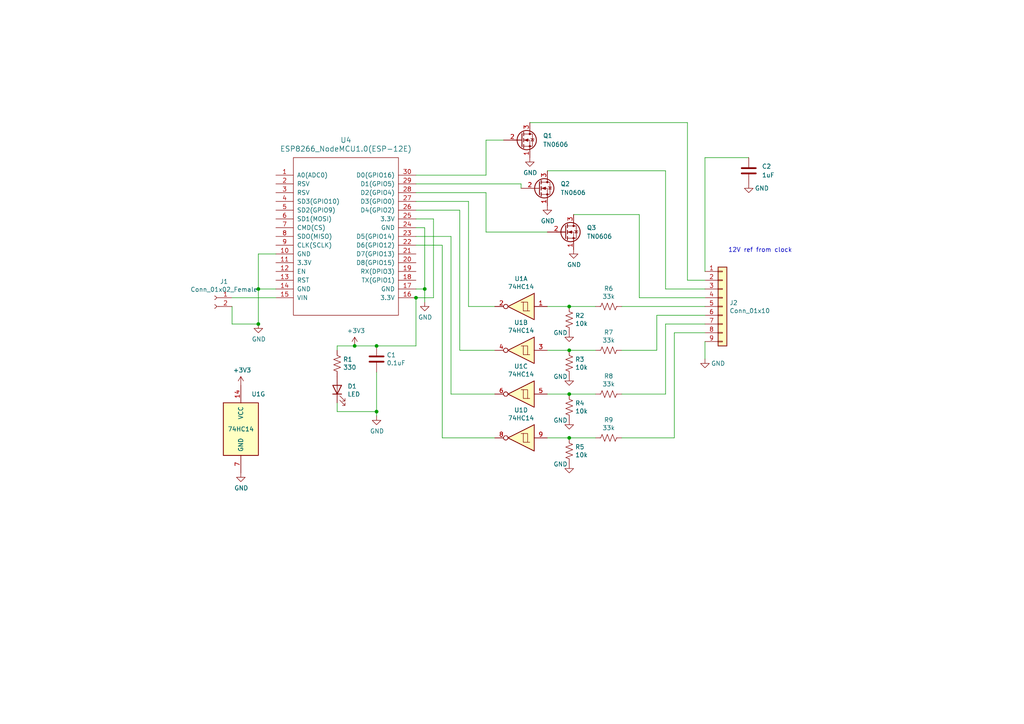
<source format=kicad_sch>
(kicad_sch (version 20231120) (generator "eeschema") (generator_version "8.0")
  (paper "A4")
  (lib_symbols
    (symbol "74xx:74HC14" (pin_names (offset 1.016))
      (property "Reference" "U" (at 0 1.27 0))
      (property "Value" "74HC14" (at 0 -1.27 0))
      (symbol "74HC14_1_0"
        (polyline (pts (xy -3.81 3.81) (xy -3.81 -3.81) (xy 3.81 0) (xy -3.81 3.81)) (stroke (width 0.254)) (fill (type background)))
        (pin input line (at -7.62 0 0) (length 3.81) (name "~") (number "1"))
        (pin output inverted (at 7.62 0 180) (length 3.81) (name "~") (number "2"))
      )
      (symbol "74HC14_1_1"
        (polyline (pts (xy -1.905 -1.27) (xy -1.905 1.27) (xy -0.635 1.27)))
        (polyline (pts (xy -2.54 -1.27) (xy -0.635 -1.27) (xy -0.635 1.27) (xy 0 1.27)))
      )
      (symbol "74HC14_2_0"
        (polyline (pts (xy -3.81 3.81) (xy -3.81 -3.81) (xy 3.81 0) (xy -3.81 3.81)) (stroke (width 0.254)) (fill (type background)))
        (pin input line (at -7.62 0 0) (length 3.81) (name "~") (number "3"))
        (pin output inverted (at 7.62 0 180) (length 3.81) (name "~") (number "4"))
      )
      (symbol "74HC14_2_1"
        (polyline (pts (xy -1.905 -1.27) (xy -1.905 1.27) (xy -0.635 1.27)))
        (polyline (pts (xy -2.54 -1.27) (xy -0.635 -1.27) (xy -0.635 1.27) (xy 0 1.27)))
      )
      (symbol "74HC14_3_0"
        (polyline (pts (xy -3.81 3.81) (xy -3.81 -3.81) (xy 3.81 0) (xy -3.81 3.81)) (stroke (width 0.254)) (fill (type background)))
        (pin input line (at -7.62 0 0) (length 3.81) (name "~") (number "5"))
        (pin output inverted (at 7.62 0 180) (length 3.81) (name "~") (number "6"))
      )
      (symbol "74HC14_3_1"
        (polyline (pts (xy -1.905 -1.27) (xy -1.905 1.27) (xy -0.635 1.27)))
        (polyline (pts (xy -2.54 -1.27) (xy -0.635 -1.27) (xy -0.635 1.27) (xy 0 1.27)))
      )
      (symbol "74HC14_4_0"
        (polyline (pts (xy -3.81 3.81) (xy -3.81 -3.81) (xy 3.81 0) (xy -3.81 3.81)) (stroke (width 0.254)) (fill (type background)))
        (pin output inverted (at 7.62 0 180) (length 3.81) (name "~") (number "8"))
        (pin input line (at -7.62 0 0) (length 3.81) (name "~") (number "9"))
      )
      (symbol "74HC14_4_1"
        (polyline (pts (xy -1.905 -1.27) (xy -1.905 1.27) (xy -0.635 1.27)))
        (polyline (pts (xy -2.54 -1.27) (xy -0.635 -1.27) (xy -0.635 1.27) (xy 0 1.27)))
      )
      (symbol "74HC14_5_0"
        (polyline (pts (xy -3.81 3.81) (xy -3.81 -3.81) (xy 3.81 0) (xy -3.81 3.81)) (stroke (width 0.254)) (fill (type background)))
        (pin output inverted (at 7.62 0 180) (length 3.81) (name "~") (number "10"))
        (pin input line (at -7.62 0 0) (length 3.81) (name "~") (number "11"))
      )
      (symbol "74HC14_5_1"
        (polyline (pts (xy -1.905 -1.27) (xy -1.905 1.27) (xy -0.635 1.27)))
        (polyline (pts (xy -2.54 -1.27) (xy -0.635 -1.27) (xy -0.635 1.27) (xy 0 1.27)))
      )
      (symbol "74HC14_6_0"
        (polyline (pts (xy -3.81 3.81) (xy -3.81 -3.81) (xy 3.81 0) (xy -3.81 3.81)) (stroke (width 0.254)) (fill (type background)))
        (pin output inverted (at 7.62 0 180) (length 3.81) (name "~") (number "12"))
        (pin input line (at -7.62 0 0) (length 3.81) (name "~") (number "13"))
      )
      (symbol "74HC14_6_1"
        (polyline (pts (xy -1.905 -1.27) (xy -1.905 1.27) (xy -0.635 1.27)))
        (polyline (pts (xy -2.54 -1.27) (xy -0.635 -1.27) (xy -0.635 1.27) (xy 0 1.27)))
      )
      (symbol "74HC14_7_0"
        (pin power_in line (at 0 12.7 270) (length 5.08) (name "VCC") (number "14"))
        (pin power_in line (at 0 -12.7 90) (length 5.08) (name "GND") (number "7"))
      )
      (symbol "74HC14_7_1"
        (rectangle (start -5.08 7.62) (end 5.08 -7.62) (stroke (width 0.254)) (fill (type background)))
      )
    )
    (symbol "Connector_Generic:Conn_01x09" (pin_names (offset 1.016) hide)
      (property "Reference" "J" (at 0 12.7 0))
      (property "Value" "Conn_01x09" (at 0 -12.7 0))
      (symbol "Conn_01x09_1_1"
        (rectangle (start -1.27 -10.033) (end 0 -10.287) (stroke (width 0.1524)))
        (rectangle (start -1.27 -7.493) (end 0 -7.747) (stroke (width 0.1524)))
        (rectangle (start -1.27 -4.953) (end 0 -5.207) (stroke (width 0.1524)))
        (rectangle (start -1.27 -2.413) (end 0 -2.667) (stroke (width 0.1524)))
        (rectangle (start -1.27 0.127) (end 0 -0.127) (stroke (width 0.1524)))
        (rectangle (start -1.27 2.667) (end 0 2.413) (stroke (width 0.1524)))
        (rectangle (start -1.27 5.207) (end 0 4.953) (stroke (width 0.1524)))
        (rectangle (start -1.27 7.747) (end 0 7.493) (stroke (width 0.1524)))
        (rectangle (start -1.27 10.287) (end 0 10.033) (stroke (width 0.1524)))
        (rectangle (start -1.27 11.43) (end 1.27 -11.43) (stroke (width 0.254)) (fill (type background)))
        (pin passive line (at -5.08 10.16 0) (length 3.81) (name "Pin_1") (number "1"))
        (pin passive line (at -5.08 7.62 0) (length 3.81) (name "Pin_2") (number "2"))
        (pin passive line (at -5.08 5.08 0) (length 3.81) (name "Pin_3") (number "3"))
        (pin passive line (at -5.08 2.54 0) (length 3.81) (name "Pin_4") (number "4"))
        (pin passive line (at -5.08 0 0) (length 3.81) (name "Pin_5") (number "5"))
        (pin passive line (at -5.08 -2.54 0) (length 3.81) (name "Pin_6") (number "6"))
        (pin passive line (at -5.08 -5.08 0) (length 3.81) (name "Pin_7") (number "7"))
        (pin passive line (at -5.08 -7.62 0) (length 3.81) (name "Pin_8") (number "8"))
        (pin passive line (at -5.08 -10.16 0) (length 3.81) (name "Pin_9") (number "9"))
      )
    )
    (symbol "Device:C" (pin_numbers hide) (pin_names (offset 0.254))
      (property "Reference" "C" (at 0.635 2.54 0))
      (property "Value" "C" (at 0.635 -2.54 0))
      (symbol "C_0_1"
        (polyline (pts (xy -2.032 -0.762) (xy 2.032 -0.762)) (stroke (width 0.508)))
        (polyline (pts (xy -2.032 0.762) (xy 2.032 0.762)) (stroke (width 0.508)))
      )
      (symbol "C_1_1"
        (pin passive line (at 0 3.81 270) (length 2.794) (name "~") (number "1"))
        (pin passive line (at 0 -3.81 90) (length 2.794) (name "~") (number "2"))
      )
    )
    (symbol "Device:LED" (pin_numbers hide) (pin_names (offset 1.016) hide)
      (property "Reference" "D" (at 0 2.54 0))
      (property "Value" "LED" (at 0 -2.54 0))
      (symbol "LED_0_1"
        (polyline (pts (xy -1.27 -1.27) (xy -1.27 1.27)) (stroke (width 0.254)))
        (polyline (pts (xy -1.27 0) (xy 1.27 0)))
        (polyline (pts (xy 1.27 -1.27) (xy 1.27 1.27) (xy -1.27 0) (xy 1.27 -1.27)) (stroke (width 0.254)))
        (polyline (pts (xy -3.048 -0.762) (xy -4.572 -2.286) (xy -3.81 -2.286) (xy -4.572 -2.286) (xy -4.572 -1.524)))
        (polyline (pts (xy -1.778 -0.762) (xy -3.302 -2.286) (xy -2.54 -2.286) (xy -3.302 -2.286) (xy -3.302 -1.524)))
      )
      (symbol "LED_1_1"
        (pin passive line (at -3.81 0 0) (length 2.54) (name "K") (number "1"))
        (pin passive line (at 3.81 0 180) (length 2.54) (name "A") (number "2"))
      )
    )
    (symbol "Device:Q_NMOS_SGD" (pin_names (offset 0) hide)
      (property "Reference" "Q" (at 5.08 1.27 0))
      (property "Value" "Q_NMOS_SGD" (at 5.08 -1.27 0))
      (symbol "Q_NMOS_SGD_0_1"
        (polyline (pts (xy 0.254 0) (xy -2.54 0)))
        (polyline (pts (xy 0.254 1.905) (xy 0.254 -1.905)) (stroke (width 0.254)))
        (polyline (pts (xy 0.762 -1.27) (xy 0.762 -2.286)) (stroke (width 0.254)))
        (polyline (pts (xy 0.762 0.508) (xy 0.762 -0.508)) (stroke (width 0.254)))
        (polyline (pts (xy 0.762 2.286) (xy 0.762 1.27)) (stroke (width 0.254)))
        (polyline (pts (xy 2.54 2.54) (xy 2.54 1.778)))
        (polyline (pts (xy 2.54 -2.54) (xy 2.54 0) (xy 0.762 0)))
        (polyline (pts (xy 0.762 -1.778) (xy 3.302 -1.778) (xy 3.302 1.778) (xy 0.762 1.778)))
        (polyline (pts (xy 1.016 0) (xy 2.032 0.381) (xy 2.032 -0.381) (xy 1.016 0)) (fill (type outline)))
        (polyline (pts (xy 2.794 0.508) (xy 2.921 0.381) (xy 3.683 0.381) (xy 3.81 0.254)))
        (polyline (pts (xy 3.302 0.381) (xy 2.921 -0.254) (xy 3.683 -0.254) (xy 3.302 0.381)))
        (circle (center 1.651 0) (radius 2.794) (stroke (width 0.254)))
        (circle (center 2.54 -1.778) (radius 0.254) (fill (type outline)))
        (circle (center 2.54 1.778) (radius 0.254) (fill (type outline)))
      )
      (symbol "Q_NMOS_SGD_1_1"
        (pin passive line (at 2.54 -5.08 90) (length 2.54) (name "S") (number "1"))
        (pin input line (at -5.08 0 0) (length 5.08) (name "G") (number "2"))
        (pin passive line (at 2.54 5.08 270) (length 2.54) (name "D") (number "3"))
      )
    )
    (symbol "Device:R_US" (pin_numbers hide) (pin_names (offset 0))
      (property "Reference" "R" (at 2.54 0 90))
      (property "Value" "R_US" (at -2.54 0 90))
      (symbol "R_US_0_1"
        (polyline (pts (xy 0 -2.286) (xy 0 -2.54)))
        (polyline (pts (xy 0 2.286) (xy 0 2.54)))
        (polyline (pts (xy 0 -0.762) (xy 1.016 -1.143) (xy 0 -1.524) (xy -1.016 -1.905) (xy 0 -2.286)))
        (polyline (pts (xy 0 0.762) (xy 1.016 0.381) (xy 0 0) (xy -1.016 -0.381) (xy 0 -0.762)))
        (polyline (pts (xy 0 2.286) (xy 1.016 1.905) (xy 0 1.524) (xy -1.016 1.143) (xy 0 0.762)))
      )
      (symbol "R_US_1_1"
        (pin passive line (at 0 3.81 270) (length 1.27) (name "~") (number "1"))
        (pin passive line (at 0 -3.81 90) (length 1.27) (name "~") (number "2"))
      )
    )
    (symbol "set_board-rescue:+3.3V-power" (power) (pin_names (offset 0))
      (property "Value" "power_+3.3V" (at 0 3.556 0))
      (symbol "+3.3V-power_0_1"
        (polyline (pts (xy -0.762 1.27) (xy 0 2.54)))
        (polyline (pts (xy 0 0) (xy 0 2.54)))
        (polyline (pts (xy 0 2.54) (xy 0.762 1.27)))
      )
      (symbol "+3.3V-power_1_1"
        (pin power_in line (at 0 0 90) (length 0) hide (name "+3V3") (number "1"))
      )
    )
    (symbol "set_board-rescue:Conn_01x02_Female-Connector" (pin_names (offset 1.016) hide)
      (property "Reference" "J" (at 0 2.54 0))
      (property "Value" "Connector_Conn_01x02_Female" (at 0 -5.08 0))
      (symbol "Conn_01x02_Female-Connector_1_1"
        (arc (start 0 -2.032) (mid -0.508 -2.54) (end 0 -3.048) (stroke (width 0.1524)))
        (polyline (pts (xy -1.27 -2.54) (xy -0.508 -2.54)) (stroke (width 0.1524)))
        (polyline (pts (xy -1.27 0) (xy -0.508 0)) (stroke (width 0.1524)))
        (arc (start 0 0.508) (mid -0.508 0) (end 0 -0.508) (stroke (width 0.1524)))
        (pin passive line (at -5.08 0 0) (length 3.81) (name "Pin_1") (number "1"))
        (pin passive line (at -5.08 -2.54 0) (length 3.81) (name "Pin_2") (number "2"))
      )
    )
    (symbol "set_board-rescue:GND-power" (power) (pin_names (offset 0))
      (property "Value" "power_GND" (at 0 -3.81 0))
      (symbol "GND-power_0_1"
        (polyline (pts (xy 0 0) (xy 0 -1.27) (xy 1.27 -1.27) (xy 0 -2.54) (xy -1.27 -1.27) (xy 0 -1.27)))
      )
      (symbol "GND-power_1_1"
        (pin power_in line (at 0 0 270) (length 0) hide (name "GND") (number "1"))
      )
    )
    (symbol "set_board-rescue:NodeMCU1.0(ESP-12E)-ESP8266" (pin_names (offset 1.016))
      (property "Reference" "U" (at 0 21.59 0))
      (property "Value" "ESP8266_NodeMCU1.0(ESP-12E)" (at 0 -21.59 0))
      (symbol "NodeMCU1.0(ESP-12E)-ESP8266_0_1"
        (rectangle (start -15.24 -22.86) (end 15.24 22.86))
      )
      (symbol "NodeMCU1.0(ESP-12E)-ESP8266_1_1"
        (pin input line (at -20.32 17.78 0) (length 5.08) (name "A0(ADC0)") (number "1"))
        (pin input line (at -20.32 -5.08 0) (length 5.08) (name "GND") (number "10"))
        (pin input line (at -20.32 -7.62 0) (length 5.08) (name "3.3V") (number "11"))
        (pin input line (at -20.32 -10.16 0) (length 5.08) (name "EN") (number "12"))
        (pin input line (at -20.32 -12.7 0) (length 5.08) (name "RST") (number "13"))
        (pin input line (at -20.32 -15.24 0) (length 5.08) (name "GND") (number "14"))
        (pin input line (at -20.32 -17.78 0) (length 5.08) (name "VIN") (number "15"))
        (pin input line (at 20.32 -17.78 180) (length 5.08) (name "3.3V") (number "16"))
        (pin input line (at 20.32 -15.24 180) (length 5.08) (name "GND") (number "17"))
        (pin input line (at 20.32 -12.7 180) (length 5.08) (name "TX(GPIO1)") (number "18"))
        (pin input line (at 20.32 -10.16 180) (length 5.08) (name "RX(DPIO3)") (number "19"))
        (pin input line (at -20.32 15.24 0) (length 5.08) (name "RSV") (number "2"))
        (pin input line (at 20.32 -7.62 180) (length 5.08) (name "D8(GPIO15)") (number "20"))
        (pin input line (at 20.32 -5.08 180) (length 5.08) (name "D7(GPIO13)") (number "21"))
        (pin input line (at 20.32 -2.54 180) (length 5.08) (name "D6(GPIO12)") (number "22"))
        (pin input line (at 20.32 0 180) (length 5.08) (name "D5(GPIO14)") (number "23"))
        (pin input line (at 20.32 2.54 180) (length 5.08) (name "GND") (number "24"))
        (pin input line (at 20.32 5.08 180) (length 5.08) (name "3.3V") (number "25"))
        (pin input line (at 20.32 7.62 180) (length 5.08) (name "D4(GPIO2)") (number "26"))
        (pin input line (at 20.32 10.16 180) (length 5.08) (name "D3(GPIO0)") (number "27"))
        (pin input line (at 20.32 12.7 180) (length 5.08) (name "D2(GPIO4)") (number "28"))
        (pin input line (at 20.32 15.24 180) (length 5.08) (name "D1(GPIO5)") (number "29"))
        (pin input line (at -20.32 12.7 0) (length 5.08) (name "RSV") (number "3"))
        (pin input line (at 20.32 17.78 180) (length 5.08) (name "D0(GPIO16)") (number "30"))
        (pin input line (at -20.32 10.16 0) (length 5.08) (name "SD3(GPIO10)") (number "4"))
        (pin input line (at -20.32 7.62 0) (length 5.08) (name "SD2(GPIO9)") (number "5"))
        (pin input line (at -20.32 5.08 0) (length 5.08) (name "SD1(MOSI)") (number "6"))
        (pin input line (at -20.32 2.54 0) (length 5.08) (name "CMD(CS)") (number "7"))
        (pin input line (at -20.32 0 0) (length 5.08) (name "SDO(MISO)") (number "8"))
        (pin input line (at -20.32 -2.54 0) (length 5.08) (name "CLK(SCLK)") (number "9"))
      )
    )
  )
  (junction (at 109.22 119.38))
  (junction (at 165.1 114.3))
  (junction (at 109.22 100.33))
  (junction (at 74.93 83.82))
  (junction (at 165.1 88.9))
  (junction (at 165.1 101.6))
  (junction (at 165.1 127))
  (junction (at 120.65 86.36))
  (junction (at 74.93 93.98))
  (junction (at 102.87 100.33))
  (junction (at 123.19 83.82))
  (wire (pts (xy 120.65 53.34) (xy 151.13 53.34)))
  (wire (pts (xy 195.58 127) (xy 195.58 96.52)))
  (wire (pts (xy 130.81 68.58) (xy 130.81 114.3)))
  (wire (pts (xy 190.5 101.6) (xy 190.5 91.44)))
  (wire (pts (xy 140.97 67.31) (xy 158.75 67.31)))
  (wire (pts (xy 125.73 86.36) (xy 120.65 86.36)))
  (wire (pts (xy 165.1 127) (xy 172.72 127)))
  (wire (pts (xy 130.81 114.3) (xy 143.51 114.3)))
  (wire (pts (xy 128.27 127) (xy 143.51 127)))
  (wire (pts (xy 97.79 100.33) (xy 102.87 100.33)))
  (wire (pts (xy 80.01 73.66) (xy 74.93 73.66)))
  (wire (pts (xy 180.34 114.3) (xy 193.04 114.3)))
  (wire (pts (xy 193.04 83.82) (xy 204.47 83.82)))
  (wire (pts (xy 123.19 83.82) (xy 123.19 87.63)))
  (wire (pts (xy 74.93 83.82) (xy 74.93 93.98)))
  (wire (pts (xy 128.27 71.12) (xy 128.27 127)))
  (wire (pts (xy 140.97 50.8) (xy 140.97 40.64)))
  (wire (pts (xy 180.34 101.6) (xy 190.5 101.6)))
  (wire (pts (xy 185.42 62.23) (xy 185.42 86.36)))
  (wire (pts (xy 120.65 66.04) (xy 123.19 66.04)))
  (wire (pts (xy 120.65 60.96) (xy 133.35 60.96)))
  (wire (pts (xy 125.73 63.5) (xy 125.73 86.36)))
  (wire (pts (xy 204.47 45.72) (xy 217.17 45.72)))
  (wire (pts (xy 193.04 49.53) (xy 193.04 83.82)))
  (wire (pts (xy 109.22 119.38) (xy 109.22 107.95)))
  (wire (pts (xy 195.58 96.52) (xy 204.47 96.52)))
  (wire (pts (xy 199.39 35.56) (xy 199.39 81.28)))
  (wire (pts (xy 166.37 62.23) (xy 185.42 62.23)))
  (wire (pts (xy 140.97 55.88) (xy 140.97 67.31)))
  (wire (pts (xy 185.42 86.36) (xy 204.47 86.36)))
  (wire (pts (xy 193.04 114.3) (xy 193.04 93.98)))
  (wire (pts (xy 151.13 53.34) (xy 151.13 54.61)))
  (wire (pts (xy 120.65 86.36) (xy 120.65 100.33)))
  (wire (pts (xy 165.1 101.6) (xy 172.72 101.6)))
  (wire (pts (xy 97.79 101.6) (xy 97.79 100.33)))
  (wire (pts (xy 67.31 88.9) (xy 67.31 93.98)))
  (wire (pts (xy 180.34 127) (xy 195.58 127)))
  (wire (pts (xy 153.67 35.56) (xy 199.39 35.56)))
  (wire (pts (xy 180.34 88.9) (xy 204.47 88.9)))
  (wire (pts (xy 97.79 116.84) (xy 97.79 119.38)))
  (wire (pts (xy 158.75 49.53) (xy 193.04 49.53)))
  (wire (pts (xy 120.65 50.8) (xy 140.97 50.8)))
  (wire (pts (xy 120.65 55.88) (xy 140.97 55.88)))
  (wire (pts (xy 120.65 68.58) (xy 130.81 68.58)))
  (wire (pts (xy 165.1 114.3) (xy 172.72 114.3)))
  (wire (pts (xy 133.35 60.96) (xy 133.35 101.6)))
  (wire (pts (xy 158.75 101.6) (xy 165.1 101.6)))
  (wire (pts (xy 135.89 58.42) (xy 135.89 88.9)))
  (wire (pts (xy 199.39 81.28) (xy 204.47 81.28)))
  (wire (pts (xy 140.97 40.64) (xy 146.05 40.64)))
  (wire (pts (xy 67.31 93.98) (xy 74.93 93.98)))
  (wire (pts (xy 120.65 71.12) (xy 128.27 71.12)))
  (wire (pts (xy 120.65 83.82) (xy 123.19 83.82)))
  (wire (pts (xy 190.5 91.44) (xy 204.47 91.44)))
  (wire (pts (xy 97.79 119.38) (xy 109.22 119.38)))
  (wire (pts (xy 133.35 101.6) (xy 143.51 101.6)))
  (wire (pts (xy 135.89 88.9) (xy 143.51 88.9)))
  (wire (pts (xy 204.47 99.06) (xy 204.47 104.14)))
  (wire (pts (xy 120.65 58.42) (xy 135.89 58.42)))
  (wire (pts (xy 80.01 86.36) (xy 67.31 86.36)))
  (wire (pts (xy 158.75 114.3) (xy 165.1 114.3)))
  (wire (pts (xy 193.04 93.98) (xy 204.47 93.98)))
  (wire (pts (xy 74.93 73.66) (xy 74.93 83.82)))
  (wire (pts (xy 204.47 45.72) (xy 204.47 78.74)))
  (wire (pts (xy 102.87 100.33) (xy 109.22 100.33)))
  (wire (pts (xy 158.75 127) (xy 165.1 127)))
  (wire (pts (xy 120.65 63.5) (xy 125.73 63.5)))
  (wire (pts (xy 123.19 66.04) (xy 123.19 83.82)))
  (wire (pts (xy 165.1 88.9) (xy 172.72 88.9)))
  (wire (pts (xy 109.22 120.65) (xy 109.22 119.38)))
  (wire (pts (xy 158.75 88.9) (xy 165.1 88.9)))
  (wire (pts (xy 80.01 83.82) (xy 74.93 83.82)))
  (wire (pts (xy 120.65 100.33) (xy 109.22 100.33)))
  (text "12V ref from clock" (at 220.472 72.644 0) (effects (font (size 1.27 1.27))))
  (symbol (lib_id "74xx:74HC14") (at 151.13 88.9 0) (mirror y) (unit 1)
    (property "Reference" "U1" (at 151.13 80.8482 0))
    (property "Value" "74HC14" (at 151.13 83.1596 0))
    (property "Footprint" "Package_DIP:DIP-14_W7.62mm_LongPads" (effects (hide yes)))
    (property "Datasheet" "http://www.ti.com/lit/gpn/sn74HC14" (effects (hide yes)))
  )
  (symbol (lib_id "74xx:74HC14") (at 151.13 101.6 0) (mirror y) (unit 2)
    (property "Reference" "U1" (at 151.13 93.5482 0))
    (property "Value" "74HC14" (at 151.13 95.8596 0))
    (property "Footprint" "Package_DIP:DIP-14_W7.62mm_LongPads" (effects (hide yes)))
    (property "Datasheet" "http://www.ti.com/lit/gpn/sn74HC14" (effects (hide yes)))
  )
  (symbol (lib_id "74xx:74HC14") (at 151.13 114.3 0) (mirror y) (unit 3)
    (property "Reference" "U1" (at 151.13 106.2482 0))
    (property "Value" "74HC14" (at 151.13 108.5596 0))
    (property "Footprint" "Package_DIP:DIP-14_W7.62mm_LongPads" (effects (hide yes)))
    (property "Datasheet" "http://www.ti.com/lit/gpn/sn74HC14" (effects (hide yes)))
  )
  (symbol (lib_id "74xx:74HC14") (at 151.13 127 0) (mirror y) (unit 4)
    (property "Reference" "U1" (at 151.13 118.9482 0))
    (property "Value" "74HC14" (at 151.13 121.2596 0))
    (property "Footprint" "Package_DIP:DIP-14_W7.62mm_LongPads" (effects (hide yes)))
    (property "Datasheet" "http://www.ti.com/lit/gpn/sn74HC14" (effects (hide yes)))
  )
  (symbol (lib_id "74xx:74HC14") (at 69.85 124.46 0) (mirror y) (unit 7)
    (property "Reference" "U1" (at 74.93 114.3 0))
    (property "Value" "74HC14" (at 69.85 124.46 0))
    (property "Footprint" "Package_DIP:DIP-14_W7.62mm_LongPads" (effects (hide yes)))
    (property "Datasheet" "http://www.ti.com/lit/gpn/sn74HC14" (effects (hide yes)))
  )
  (symbol (lib_id "set_board-rescue:GND-power") (at 153.67 45.72 0) (unit 1)
    (property "Reference" "#PWR07" (effects (hide yes)))
    (property "Value" "GND" (at 153.797 50.1142 0))
  )
  (symbol (lib_id "set_board-rescue:GND-power") (at 69.85 137.16 0) (unit 1)
    (property "Reference" "#PWR02" (effects (hide yes)))
    (property "Value" "GND" (at 69.977 141.5542 0))
  )
  (symbol (lib_id "set_board-rescue:+3.3V-power") (at 69.85 111.76 0) (unit 1)
    (property "Reference" "#PWR01" (effects (hide yes)))
    (property "Value" "+3V3" (at 70.231 107.3658 0))
  )
  (symbol (lib_id "set_board-rescue:+3.3V-power") (at 102.87 100.33 0) (unit 1)
    (property "Reference" "#PWR04" (effects (hide yes)))
    (property "Value" "+3V3" (at 103.251 95.9358 0))
  )
  (symbol (lib_id "Device:C") (at 109.22 104.14 0) (unit 1)
    (property "Reference" "C1" (at 112.141 102.9716 0) (effects (justify left)))
    (property "Value" "0.1uF" (at 112.141 105.283 0) (effects (justify left)))
    (property "Footprint" "Capacitor_THT:C_Disc_D5.0mm_W2.5mm_P2.50mm" (effects (hide yes)))
  )
  (symbol (lib_id "set_board-rescue:GND-power") (at 109.22 120.65 0) (unit 1)
    (property "Reference" "#PWR05" (effects (hide yes)))
    (property "Value" "GND" (at 109.347 125.0442 0))
  )
  (symbol (lib_id "set_board-rescue:GND-power") (at 74.93 93.98 0) (unit 1)
    (property "Reference" "#PWR03" (effects (hide yes)))
    (property "Value" "GND" (at 75.057 98.3742 0))
  )
  (symbol (lib_id "set_board-rescue:GND-power") (at 123.19 87.63 0) (unit 1)
    (property "Reference" "#PWR06" (effects (hide yes)))
    (property "Value" "GND" (at 123.317 92.0242 0))
  )
  (symbol (lib_id "set_board-rescue:Conn_01x02_Female-Connector") (at 62.23 86.36 0) (mirror y) (unit 1)
    (property "Reference" "J1" (at 64.9732 81.661 0))
    (property "Value" "Conn_01x02_Female" (at 64.9732 83.9724 0))
    (property "Footprint" "Connector_Molex:Molex_Mini-Fit_Jr_5566-02A_2x01_P4.20mm_Vertical" (effects (hide yes)))
  )
  (symbol (lib_id "Device:LED") (at 97.79 113.03 90) (unit 1)
    (property "Reference" "D1" (at 100.7872 112.0394 90) (effects (justify right)))
    (property "Value" "LED" (at 100.7872 114.3508 90) (effects (justify right)))
    (property "Footprint" "LED_THT:LED_D3.0mm" (effects (hide yes)))
  )
  (symbol (lib_id "Device:R_US") (at 97.79 105.41 0) (unit 1)
    (property "Reference" "R1" (at 99.5172 104.2416 0) (effects (justify left)))
    (property "Value" "330" (at 99.5172 106.553 0) (effects (justify left)))
    (property "Footprint" "Resistor_THT:R_Axial_DIN0204_L3.6mm_D1.6mm_P7.62mm_Horizontal" (effects (hide yes)))
  )
  (symbol (lib_id "Connector_Generic:Conn_01x09") (at 209.55 88.9 0) (unit 1)
    (property "Reference" "J2" (at 211.582 87.8332 0) (effects (justify left)))
    (property "Value" "Conn_01x10" (at 211.582 90.1446 0) (effects (justify left)))
    (property "Footprint" "Connector_PinHeader_2.54mm:PinHeader_1x09_P2.54mm_Vertical" (effects (hide yes)))
  )
  (symbol (lib_id "Device:R_US") (at 176.53 88.9 270) (unit 1)
    (property "Reference" "R6" (at 176.53 83.693 90))
    (property "Value" "33k" (at 176.53 86.0044 90))
    (property "Footprint" "Resistor_THT:R_Axial_DIN0204_L3.6mm_D1.6mm_P7.62mm_Horizontal" (effects (hide yes)))
  )
  (symbol (lib_id "Device:R_US") (at 165.1 92.71 0) (unit 1)
    (property "Reference" "R2" (at 166.8272 91.5416 0) (effects (justify left)))
    (property "Value" "10k" (at 166.8272 93.853 0) (effects (justify left)))
    (property "Footprint" "Resistor_THT:R_Axial_DIN0204_L3.6mm_D1.6mm_P7.62mm_Horizontal" (effects (hide yes)))
  )
  (symbol (lib_id "set_board-rescue:GND-power") (at 165.1 96.52 0) (unit 1)
    (property "Reference" "#PWR08" (effects (hide yes)))
    (property "Value" "GND" (at 162.56 96.52 0))
  )
  (symbol (lib_id "Device:R_US") (at 176.53 101.6 270) (unit 1)
    (property "Reference" "R7" (at 176.53 96.393 90))
    (property "Value" "33k" (at 176.53 98.7044 90))
    (property "Footprint" "Resistor_THT:R_Axial_DIN0204_L3.6mm_D1.6mm_P7.62mm_Horizontal" (effects (hide yes)))
  )
  (symbol (lib_id "Device:R_US") (at 165.1 105.41 0) (unit 1)
    (property "Reference" "R3" (at 166.8272 104.2416 0) (effects (justify left)))
    (property "Value" "10k" (at 166.8272 106.553 0) (effects (justify left)))
    (property "Footprint" "Resistor_THT:R_Axial_DIN0204_L3.6mm_D1.6mm_P7.62mm_Horizontal" (effects (hide yes)))
  )
  (symbol (lib_id "set_board-rescue:GND-power") (at 165.1 109.22 0) (unit 1)
    (property "Reference" "#PWR09" (effects (hide yes)))
    (property "Value" "GND" (at 162.56 109.22 0))
  )
  (symbol (lib_id "Device:R_US") (at 176.53 114.3 270) (unit 1)
    (property "Reference" "R8" (at 176.53 109.093 90))
    (property "Value" "33k" (at 176.53 111.4044 90))
    (property "Footprint" "Resistor_THT:R_Axial_DIN0204_L3.6mm_D1.6mm_P7.62mm_Horizontal" (effects (hide yes)))
  )
  (symbol (lib_id "Device:R_US") (at 165.1 118.11 0) (unit 1)
    (property "Reference" "R4" (at 166.8272 116.9416 0) (effects (justify left)))
    (property "Value" "10k" (at 166.8272 119.253 0) (effects (justify left)))
    (property "Footprint" "Resistor_THT:R_Axial_DIN0204_L3.6mm_D1.6mm_P7.62mm_Horizontal" (effects (hide yes)))
  )
  (symbol (lib_id "set_board-rescue:GND-power") (at 165.1 121.92 0) (unit 1)
    (property "Reference" "#PWR010" (effects (hide yes)))
    (property "Value" "GND" (at 162.56 121.92 0))
  )
  (symbol (lib_id "Device:R_US") (at 176.53 127 270) (unit 1)
    (property "Reference" "R9" (at 176.53 121.793 90))
    (property "Value" "33k" (at 176.53 124.1044 90))
    (property "Footprint" "Resistor_THT:R_Axial_DIN0204_L3.6mm_D1.6mm_P7.62mm_Horizontal" (effects (hide yes)))
  )
  (symbol (lib_id "Device:R_US") (at 165.1 130.81 0) (unit 1)
    (property "Reference" "R5" (at 166.8272 129.6416 0) (effects (justify left)))
    (property "Value" "10k" (at 166.8272 131.953 0) (effects (justify left)))
    (property "Footprint" "Resistor_THT:R_Axial_DIN0204_L3.6mm_D1.6mm_P7.62mm_Horizontal" (effects (hide yes)))
  )
  (symbol (lib_id "set_board-rescue:GND-power") (at 165.1 134.62 0) (unit 1)
    (property "Reference" "#PWR011" (effects (hide yes)))
    (property "Value" "GND" (at 162.56 134.62 0))
  )
  (symbol (lib_id "set_board-rescue:GND-power") (at 204.47 104.14 0) (unit 1)
    (property "Reference" "#PWR012" (effects (hide yes)))
    (property "Value" "GND" (at 208.28 105.41 0))
  )
  (symbol (lib_id "set_board-rescue:GND-power") (at 166.37 72.39 0) (unit 1)
    (property "Reference" "#PWR015" (effects (hide yes)))
    (property "Value" "GND" (at 166.497 76.7842 0))
  )
  (symbol (lib_id "set_board-rescue:NodeMCU1.0(ESP-12E)-ESP8266") (at 100.33 68.58 0) (unit 1)
    (property "Reference" "U4" (at 100.33 40.64 0) (effects (font (size 1.524 1.524))))
    (property "Value" "ESP8266_NodeMCU1.0(ESP-12E)" (at 100.33 43.18 0) (effects (font (size 1.524 1.524))))
  )
  (symbol (lib_id "Device:C") (at 217.17 49.53 0) (unit 1)
    (property "Reference" "C2" (at 220.98 48.2599 0) (effects (justify left)))
    (property "Value" "1uF" (at 220.98 50.7999 0) (effects (justify left)))
    (property "Description" "Unpolarized capacitor" (effects (hide yes)))
  )
  (symbol (lib_id "Device:Q_NMOS_SGD") (at 156.21 54.61 0) (unit 1)
    (property "Reference" "Q2" (at 162.56 53.3399 0) (effects (justify left)))
    (property "Value" "TN0606" (at 162.56 55.8799 0) (effects (justify left)))
    (property "Footprint" "Package_TO_SOT_THT:TO-92_HandSolder" (effects (hide yes)))
    (property "Description" "N-MOSFET transistor, source/gate/drain" (effects (hide yes)))
  )
  (symbol (lib_id "set_board-rescue:GND-power") (at 158.75 59.69 0) (unit 1)
    (property "Reference" "#PWR014" (effects (hide yes)))
    (property "Value" "GND" (at 158.877 64.0842 0))
  )
  (symbol (lib_id "Device:Q_NMOS_SGD") (at 163.83 67.31 0) (unit 1)
    (property "Reference" "Q3" (at 170.18 66.0399 0) (effects (justify left)))
    (property "Value" "TN0606" (at 170.18 68.5799 0) (effects (justify left)))
    (property "Footprint" "Package_TO_SOT_THT:TO-92_HandSolder" (effects (hide yes)))
    (property "Description" "N-MOSFET transistor, source/gate/drain" (effects (hide yes)))
  )
  (symbol (lib_id "Device:Q_NMOS_SGD") (at 151.13 40.64 0) (unit 1)
    (property "Reference" "Q1" (at 157.48 39.3699 0) (effects (justify left)))
    (property "Value" "TN0606" (at 157.48 41.9099 0) (effects (justify left)))
    (property "Footprint" "Package_TO_SOT_THT:TO-92_HandSolder" (effects (hide yes)))
    (property "Description" "N-MOSFET transistor, source/gate/drain" (effects (hide yes)))
  )
  (symbol (lib_id "set_board-rescue:GND-power") (at 217.17 53.34 0) (unit 1)
    (property "Reference" "#PWR013" (effects (hide yes)))
    (property "Value" "GND" (at 220.98 54.61 0))
  )
)
</source>
